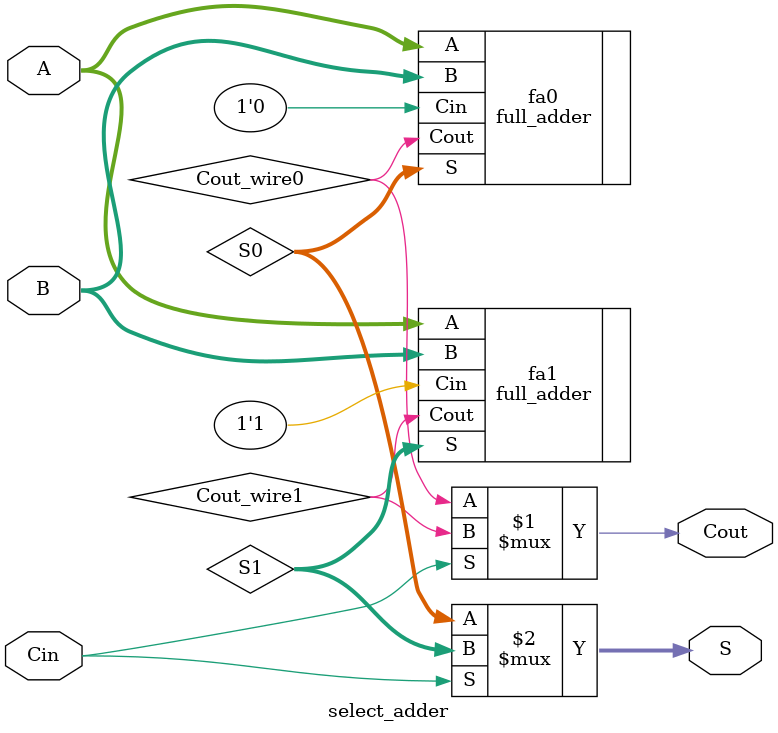
<source format=v>
module select_adder 
#(
  parameter COUNT = 4
)(
  input [COUNT-1:0] A,
  input [COUNT-1:0] B,
  input Cin,
  output[COUNT-1:0] S,
  output Cout
);

  wire Cout_wire0;
  wire Cout_wire1;

  wire [COUNT-1:0] S0;
  wire [COUNT-1:0] S1;

  full_adder #(COUNT) fa0(
            .A(A[COUNT-1:0]), .B(B[COUNT-1:0]), .Cin(1'b0),
        .S(S0[COUNT-1:0]), .Cout(Cout_wire0)
  );

  full_adder #(COUNT) fa1(
            .A(A[COUNT-1:0]), .B(B[COUNT-1:0]), .Cin(1'b1),
        .S(S1[COUNT-1:0]), .Cout(Cout_wire1)
  );

  assign Cout = Cin? Cout_wire1 : Cout_wire0;
  assign S = Cin? S1 : S0;

endmodule

</source>
